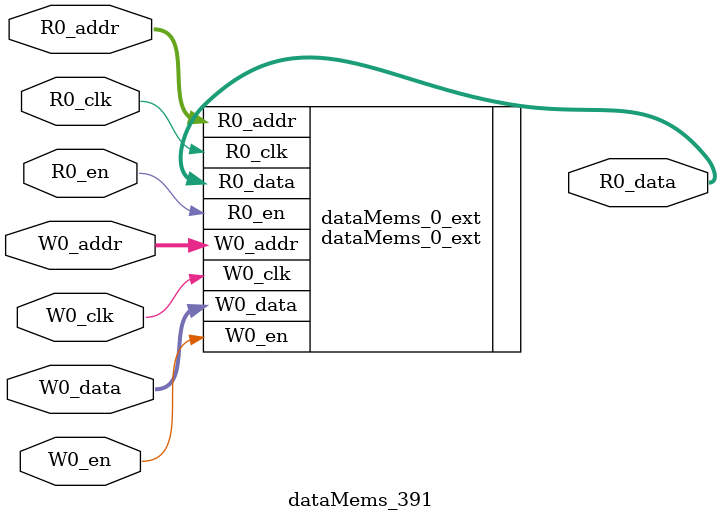
<source format=sv>
`ifndef RANDOMIZE
  `ifdef RANDOMIZE_REG_INIT
    `define RANDOMIZE
  `endif // RANDOMIZE_REG_INIT
`endif // not def RANDOMIZE
`ifndef RANDOMIZE
  `ifdef RANDOMIZE_MEM_INIT
    `define RANDOMIZE
  `endif // RANDOMIZE_MEM_INIT
`endif // not def RANDOMIZE

`ifndef RANDOM
  `define RANDOM $random
`endif // not def RANDOM

// Users can define 'PRINTF_COND' to add an extra gate to prints.
`ifndef PRINTF_COND_
  `ifdef PRINTF_COND
    `define PRINTF_COND_ (`PRINTF_COND)
  `else  // PRINTF_COND
    `define PRINTF_COND_ 1
  `endif // PRINTF_COND
`endif // not def PRINTF_COND_

// Users can define 'ASSERT_VERBOSE_COND' to add an extra gate to assert error printing.
`ifndef ASSERT_VERBOSE_COND_
  `ifdef ASSERT_VERBOSE_COND
    `define ASSERT_VERBOSE_COND_ (`ASSERT_VERBOSE_COND)
  `else  // ASSERT_VERBOSE_COND
    `define ASSERT_VERBOSE_COND_ 1
  `endif // ASSERT_VERBOSE_COND
`endif // not def ASSERT_VERBOSE_COND_

// Users can define 'STOP_COND' to add an extra gate to stop conditions.
`ifndef STOP_COND_
  `ifdef STOP_COND
    `define STOP_COND_ (`STOP_COND)
  `else  // STOP_COND
    `define STOP_COND_ 1
  `endif // STOP_COND
`endif // not def STOP_COND_

// Users can define INIT_RANDOM as general code that gets injected into the
// initializer block for modules with registers.
`ifndef INIT_RANDOM
  `define INIT_RANDOM
`endif // not def INIT_RANDOM

// If using random initialization, you can also define RANDOMIZE_DELAY to
// customize the delay used, otherwise 0.002 is used.
`ifndef RANDOMIZE_DELAY
  `define RANDOMIZE_DELAY 0.002
`endif // not def RANDOMIZE_DELAY

// Define INIT_RANDOM_PROLOG_ for use in our modules below.
`ifndef INIT_RANDOM_PROLOG_
  `ifdef RANDOMIZE
    `ifdef VERILATOR
      `define INIT_RANDOM_PROLOG_ `INIT_RANDOM
    `else  // VERILATOR
      `define INIT_RANDOM_PROLOG_ `INIT_RANDOM #`RANDOMIZE_DELAY begin end
    `endif // VERILATOR
  `else  // RANDOMIZE
    `define INIT_RANDOM_PROLOG_
  `endif // RANDOMIZE
`endif // not def INIT_RANDOM_PROLOG_

// Include register initializers in init blocks unless synthesis is set
`ifndef SYNTHESIS
  `ifndef ENABLE_INITIAL_REG_
    `define ENABLE_INITIAL_REG_
  `endif // not def ENABLE_INITIAL_REG_
`endif // not def SYNTHESIS

// Include rmemory initializers in init blocks unless synthesis is set
`ifndef SYNTHESIS
  `ifndef ENABLE_INITIAL_MEM_
    `define ENABLE_INITIAL_MEM_
  `endif // not def ENABLE_INITIAL_MEM_
`endif // not def SYNTHESIS

module dataMems_391(	// @[generators/ara/src/main/scala/UnsafeAXI4ToTL.scala:365:62]
  input  [4:0]  R0_addr,
  input         R0_en,
  input         R0_clk,
  output [66:0] R0_data,
  input  [4:0]  W0_addr,
  input         W0_en,
  input         W0_clk,
  input  [66:0] W0_data
);

  dataMems_0_ext dataMems_0_ext (	// @[generators/ara/src/main/scala/UnsafeAXI4ToTL.scala:365:62]
    .R0_addr (R0_addr),
    .R0_en   (R0_en),
    .R0_clk  (R0_clk),
    .R0_data (R0_data),
    .W0_addr (W0_addr),
    .W0_en   (W0_en),
    .W0_clk  (W0_clk),
    .W0_data (W0_data)
  );
endmodule


</source>
